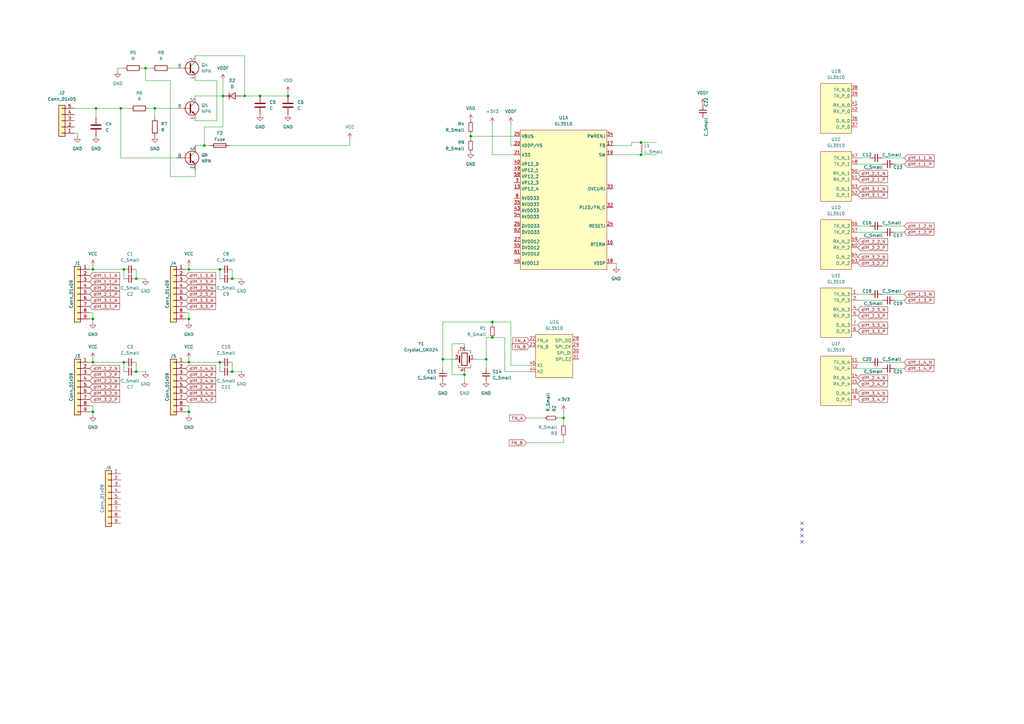
<source format=kicad_sch>
(kicad_sch (version 20230121) (generator eeschema)
  (paper "A3")
  (lib_symbols
    (symbol "Connector_Generic:Conn_01x05" (pin_names (offset 1.016) hide)
      (property "Reference" "J" (at 0 7.62 0))
      (property "Value" "Conn_01x05" (at 0 -7.62 0))
      (symbol "Conn_01x05_1_1"
        (rectangle (start -1.27 -4.953) (end 0 -5.207) (stroke (width 0.1524)))
        (rectangle (start -1.27 -2.413) (end 0 -2.667) (stroke (width 0.1524)))
        (rectangle (start -1.27 0.127) (end 0 -0.127) (stroke (width 0.1524)))
        (rectangle (start -1.27 2.667) (end 0 2.413) (stroke (width 0.1524)))
        (rectangle (start -1.27 5.207) (end 0 4.953) (stroke (width 0.1524)))
        (rectangle (start -1.27 6.35) (end 1.27 -6.35) (stroke (width 0.254)) (fill (type background)))
        (pin passive line (at -5.08 5.08 0) (length 3.81) (name "Pin_1") (number "1"))
        (pin passive line (at -5.08 2.54 0) (length 3.81) (name "Pin_2") (number "2"))
        (pin passive line (at -5.08 0 0) (length 3.81) (name "Pin_3") (number "3"))
        (pin passive line (at -5.08 -2.54 0) (length 3.81) (name "Pin_4") (number "4"))
        (pin passive line (at -5.08 -5.08 0) (length 3.81) (name "Pin_5") (number "5"))
      )
    )
    (symbol "Connector_Generic:Conn_01x09" (pin_names (offset 1.016) hide)
      (property "Reference" "J" (at 0 12.7 0))
      (property "Value" "Conn_01x09" (at 0 -12.7 0))
      (symbol "Conn_01x09_1_1"
        (rectangle (start -1.27 -10.033) (end 0 -10.287) (stroke (width 0.1524)))
        (rectangle (start -1.27 -7.493) (end 0 -7.747) (stroke (width 0.1524)))
        (rectangle (start -1.27 -4.953) (end 0 -5.207) (stroke (width 0.1524)))
        (rectangle (start -1.27 -2.413) (end 0 -2.667) (stroke (width 0.1524)))
        (rectangle (start -1.27 0.127) (end 0 -0.127) (stroke (width 0.1524)))
        (rectangle (start -1.27 2.667) (end 0 2.413) (stroke (width 0.1524)))
        (rectangle (start -1.27 5.207) (end 0 4.953) (stroke (width 0.1524)))
        (rectangle (start -1.27 7.747) (end 0 7.493) (stroke (width 0.1524)))
        (rectangle (start -1.27 10.287) (end 0 10.033) (stroke (width 0.1524)))
        (rectangle (start -1.27 11.43) (end 1.27 -11.43) (stroke (width 0.254)) (fill (type background)))
        (pin passive line (at -5.08 10.16 0) (length 3.81) (name "Pin_1") (number "1"))
        (pin passive line (at -5.08 7.62 0) (length 3.81) (name "Pin_2") (number "2"))
        (pin passive line (at -5.08 5.08 0) (length 3.81) (name "Pin_3") (number "3"))
        (pin passive line (at -5.08 2.54 0) (length 3.81) (name "Pin_4") (number "4"))
        (pin passive line (at -5.08 0 0) (length 3.81) (name "Pin_5") (number "5"))
        (pin passive line (at -5.08 -2.54 0) (length 3.81) (name "Pin_6") (number "6"))
        (pin passive line (at -5.08 -5.08 0) (length 3.81) (name "Pin_7") (number "7"))
        (pin passive line (at -5.08 -7.62 0) (length 3.81) (name "Pin_8") (number "8"))
        (pin passive line (at -5.08 -10.16 0) (length 3.81) (name "Pin_9") (number "9"))
      )
    )
    (symbol "Device:C" (pin_numbers hide) (pin_names (offset 0.254))
      (property "Reference" "C" (at 0.635 2.54 0))
      (property "Value" "C" (at 0.635 -2.54 0))
      (symbol "C_0_1"
        (polyline (pts (xy -2.032 -0.762) (xy 2.032 -0.762)) (stroke (width 0.508)))
        (polyline (pts (xy -2.032 0.762) (xy 2.032 0.762)) (stroke (width 0.508)))
      )
      (symbol "C_1_1"
        (pin passive line (at 0 3.81 270) (length 2.794) (name "~") (number "1"))
        (pin passive line (at 0 -3.81 90) (length 2.794) (name "~") (number "2"))
      )
    )
    (symbol "Device:C_Small" (pin_numbers hide) (pin_names (offset 0.254) hide)
      (property "Reference" "C" (at 0.254 1.778 0))
      (property "Value" "C_Small" (at 0.254 -2.032 0))
      (symbol "C_Small_0_1"
        (polyline (pts (xy -1.524 -0.508) (xy 1.524 -0.508)) (stroke (width 0.3302)))
        (polyline (pts (xy -1.524 0.508) (xy 1.524 0.508)) (stroke (width 0.3048)))
      )
      (symbol "C_Small_1_1"
        (pin passive line (at 0 2.54 270) (length 2.032) (name "~") (number "1"))
        (pin passive line (at 0 -2.54 90) (length 2.032) (name "~") (number "2"))
      )
    )
    (symbol "Device:Crystal_GND24" (pin_names (offset 1.016) hide)
      (property "Reference" "Y" (at 3.175 5.08 0))
      (property "Value" "Crystal_GND24" (at 3.175 3.175 0))
      (symbol "Crystal_GND24_0_1"
        (rectangle (start -1.143 2.54) (end 1.143 -2.54) (stroke (width 0.3048)))
        (polyline (pts (xy -2.54 0) (xy -2.032 0)))
        (polyline (pts (xy -2.032 -1.27) (xy -2.032 1.27)) (stroke (width 0.508)))
        (polyline (pts (xy 0 -3.81) (xy 0 -3.556)))
        (polyline (pts (xy 0 3.556) (xy 0 3.81)))
        (polyline (pts (xy 2.032 -1.27) (xy 2.032 1.27)) (stroke (width 0.508)))
        (polyline (pts (xy 2.032 0) (xy 2.54 0)))
        (polyline (pts (xy -2.54 -2.286) (xy -2.54 -3.556) (xy 2.54 -3.556) (xy 2.54 -2.286)))
        (polyline (pts (xy -2.54 2.286) (xy -2.54 3.556) (xy 2.54 3.556) (xy 2.54 2.286)))
      )
      (symbol "Crystal_GND24_1_1"
        (pin passive line (at -3.81 0 0) (length 1.27) (name "1") (number "1"))
        (pin passive line (at 0 5.08 270) (length 1.27) (name "2") (number "2"))
        (pin passive line (at 3.81 0 180) (length 1.27) (name "3") (number "3"))
        (pin passive line (at 0 -5.08 90) (length 1.27) (name "4") (number "4"))
      )
    )
    (symbol "Device:D" (pin_numbers hide) (pin_names (offset 1.016) hide)
      (property "Reference" "D" (at 0 2.54 0))
      (property "Value" "D" (at 0 -2.54 0))
      (symbol "D_0_1"
        (polyline (pts (xy -1.27 1.27) (xy -1.27 -1.27)) (stroke (width 0.254)))
        (polyline (pts (xy 1.27 0) (xy -1.27 0)))
        (polyline (pts (xy 1.27 1.27) (xy 1.27 -1.27) (xy -1.27 0) (xy 1.27 1.27)) (stroke (width 0.254)))
      )
      (symbol "D_1_1"
        (pin passive line (at -3.81 0 0) (length 2.54) (name "K") (number "1"))
        (pin passive line (at 3.81 0 180) (length 2.54) (name "A") (number "2"))
      )
    )
    (symbol "Device:Fuse" (pin_numbers hide) (pin_names (offset 0))
      (property "Reference" "F" (at 2.032 0 90))
      (property "Value" "Fuse" (at -1.905 0 90))
      (symbol "Fuse_0_1"
        (rectangle (start -0.762 -2.54) (end 0.762 2.54) (stroke (width 0.254)))
        (polyline (pts (xy 0 2.54) (xy 0 -2.54)))
      )
      (symbol "Fuse_1_1"
        (pin passive line (at 0 3.81 270) (length 1.27) (name "~") (number "1"))
        (pin passive line (at 0 -3.81 90) (length 1.27) (name "~") (number "2"))
      )
    )
    (symbol "Device:L_Small" (pin_numbers hide) (pin_names (offset 0.254) hide)
      (property "Reference" "L" (at 0.762 1.016 0))
      (property "Value" "L_Small" (at 0.762 -1.016 0))
      (symbol "L_Small_0_1"
        (arc (start 0 -2.032) (mid 0.5058 -1.524) (end 0 -1.016))
        (arc (start 0 -1.016) (mid 0.5058 -0.508) (end 0 0))
        (arc (start 0 0) (mid 0.5058 0.508) (end 0 1.016))
        (arc (start 0 1.016) (mid 0.5058 1.524) (end 0 2.032))
      )
      (symbol "L_Small_1_1"
        (pin passive line (at 0 2.54 270) (length 0.508) (name "~") (number "1"))
        (pin passive line (at 0 -2.54 90) (length 0.508) (name "~") (number "2"))
      )
    )
    (symbol "Device:R" (pin_numbers hide) (pin_names (offset 0))
      (property "Reference" "R" (at 2.032 0 90))
      (property "Value" "R" (at 0 0 90))
      (symbol "R_0_1"
        (rectangle (start -1.016 -2.54) (end 1.016 2.54) (stroke (width 0.254)))
      )
      (symbol "R_1_1"
        (pin passive line (at 0 3.81 270) (length 1.27) (name "~") (number "1"))
        (pin passive line (at 0 -3.81 90) (length 1.27) (name "~") (number "2"))
      )
    )
    (symbol "Device:R_Small" (pin_numbers hide) (pin_names (offset 0.254) hide)
      (property "Reference" "R" (at 0.762 0.508 0))
      (property "Value" "R_Small" (at 0.762 -1.016 0))
      (symbol "R_Small_0_1"
        (rectangle (start -0.762 1.778) (end 0.762 -1.778) (stroke (width 0.2032)))
      )
      (symbol "R_Small_1_1"
        (pin passive line (at 0 2.54 270) (length 0.762) (name "~") (number "1"))
        (pin passive line (at 0 -2.54 90) (length 0.762) (name "~") (number "2"))
      )
    )
    (symbol "GL3510_1"
      (property "Reference" "U" (at 0 30.48 0))
      (property "Value" "GL3510" (at 0 27.94 0))
      (symbol "GL3510_1_1_1"
        (rectangle (start -17.78 26.67) (end 17.78 -30.48) (fill (type background)))
        (pin power_in line (at -20.32 2.54 0) (length 2.54) (name "VP12_4") (number "13"))
        (pin input line (at 20.32 -20.32 180) (length 2.54) (name "RTERM") (number "16"))
        (pin input line (at 20.32 20.32 180) (length 2.54) (name "FB") (number "17"))
        (pin power_out line (at 20.32 -27.94 180) (length 2.54) (name "VSSP") (number "18"))
        (pin input line (at 20.32 16.51 180) (length 2.54) (name "SW") (number "19"))
        (pin power_in line (at -20.32 20.32 0) (length 2.54) (name "VDDP/V5") (number "20"))
        (pin bidirectional line (at -20.32 16.51 0) (length 2.54) (name "V33") (number "21"))
        (pin input line (at 20.32 -12.7 180) (length 2.54) (name "RESETJ") (number "24"))
        (pin power_in line (at -20.32 24.13 0) (length 2.54) (name "VBUS") (number "25"))
        (pin power_in line (at -20.32 -12.7 0) (length 2.54) (name "DVDD33") (number "26"))
        (pin power_in line (at -20.32 -19.05 0) (length 2.54) (name "DVDD12") (number "27"))
        (pin power_in line (at -20.32 5.08 0) (length 2.54) (name "VP12_3") (number "3"))
        (pin input line (at 20.32 -5.08 180) (length 2.54) (name "PLED/FN_C") (number "32"))
        (pin input line (at 20.32 2.54 180) (length 2.54) (name "OVCURJ") (number "33"))
        (pin bidirectional line (at 20.32 24.13 180) (length 2.54) (name "PWRENJ") (number "34"))
        (pin power_in line (at -20.32 -3.81 0) (length 2.54) (name "AVDD33") (number "35"))
        (pin power_in line (at -20.32 12.7 0) (length 2.54) (name "VP12_0") (number "40"))
        (pin power_in line (at -20.32 -6.35 0) (length 2.54) (name "AVDD33") (number "43"))
        (pin power_in line (at -20.32 -27.94 0) (length 2.54) (name "AVDD12") (number "46"))
        (pin power_in line (at -20.32 10.16 0) (length 2.54) (name "VP12_1") (number "49"))
        (pin power_in line (at -20.32 -8.89 0) (length 2.54) (name "AVDD33") (number "54"))
        (pin power_in line (at -20.32 -21.59 0) (length 2.54) (name "DVDD12") (number "55"))
        (pin power_in line (at -20.32 7.62 0) (length 2.54) (name "VP12_2") (number "58"))
        (pin power_in line (at -20.32 -24.13 0) (length 2.54) (name "DVDD12") (number "61"))
        (pin power_in line (at -20.32 -15.24 0) (length 2.54) (name "DVDD33") (number "62"))
        (pin power_in line (at -20.32 -1.27 0) (length 2.54) (name "AVDD33") (number "8"))
      )
      (symbol "GL3510_1_2_1"
        (rectangle (start -6.35 10.16) (end 6.35 -10.16) (fill (type background)))
        (pin bidirectional line (at 8.89 -5.08 180) (length 2.54) (name "D_N_0") (number "36"))
        (pin bidirectional line (at 8.89 -7.62 180) (length 2.54) (name "D_P_0") (number "37"))
        (pin output line (at 8.89 7.62 180) (length 2.54) (name "TX_N_0") (number "38"))
        (pin output line (at 8.89 5.08 180) (length 2.54) (name "TX_P_0") (number "39"))
        (pin input line (at 8.89 1.27 180) (length 2.54) (name "RX_N_0") (number "41"))
        (pin input line (at 8.89 -1.27 180) (length 2.54) (name "RX_P_0") (number "42"))
      )
      (symbol "GL3510_1_3_1"
        (rectangle (start -6.35 10.16) (end 6.35 -10.16) (fill (type background)))
        (pin output line (at 8.89 7.62 180) (length 2.54) (name "TX_N_1") (number "47"))
        (pin output line (at 8.89 5.08 180) (length 2.54) (name "TX_P_1") (number "48"))
        (pin input line (at 8.89 1.27 180) (length 2.54) (name "RX_N_1") (number "50"))
        (pin input line (at 8.89 -1.27 180) (length 2.54) (name "RX_P_1") (number "51"))
        (pin bidirectional line (at 8.89 -7.62 180) (length 2.54) (name "D_P_1") (number "52"))
        (pin bidirectional line (at 8.89 -5.08 180) (length 2.54) (name "D_N_1") (number "53"))
      )
      (symbol "GL3510_1_4_1"
        (rectangle (start -6.35 10.16) (end 6.35 -10.16) (fill (type background)))
        (pin output line (at 8.89 7.62 180) (length 2.54) (name "TX_N_2") (number "56"))
        (pin output line (at 8.89 5.08 180) (length 2.54) (name "TX_P_2") (number "57"))
        (pin input line (at 8.89 1.27 180) (length 2.54) (name "RX_N_2") (number "59"))
        (pin input line (at 8.89 -1.27 180) (length 2.54) (name "RX_P_2") (number "60"))
        (pin bidirectional line (at 8.89 -7.62 180) (length 2.54) (name "D_P_2") (number "63"))
        (pin bidirectional line (at 8.89 -5.08 180) (length 2.54) (name "D_N_2") (number "64"))
      )
      (symbol "GL3510_1_5_1"
        (rectangle (start -6.35 10.16) (end 6.35 -10.16) (fill (type background)))
        (pin output line (at 8.89 7.62 180) (length 2.54) (name "TX_N_3") (number "1"))
        (pin output line (at 8.89 5.08 180) (length 2.54) (name "TX_P_3") (number "2"))
        (pin input line (at 8.89 1.27 180) (length 2.54) (name "RX_N_3") (number "4"))
        (pin input line (at 8.89 -1.27 180) (length 2.54) (name "RX_P_3") (number "5"))
        (pin bidirectional line (at 8.89 -7.62 180) (length 2.54) (name "D_P_3") (number "6"))
        (pin bidirectional line (at 8.89 -5.08 180) (length 2.54) (name "D_N_3") (number "7"))
      )
      (symbol "GL3510_1_6_1"
        (rectangle (start -6.35 10.16) (end 6.35 -10.16) (fill (type background)))
        (pin bidirectional line (at 8.89 -5.08 180) (length 2.54) (name "D_N_4") (number "10"))
        (pin output line (at 8.89 7.62 180) (length 2.54) (name "TX_N_4") (number "11"))
        (pin output line (at 8.89 5.08 180) (length 2.54) (name "TX_P_4") (number "12"))
        (pin input line (at 8.89 1.27 180) (length 2.54) (name "RX_N_4") (number "14"))
        (pin input line (at 8.89 -1.27 180) (length 2.54) (name "RX_P_4") (number "15"))
        (pin bidirectional line (at 8.89 -7.62 180) (length 2.54) (name "D_P_4") (number "9"))
      )
      (symbol "GL3510_1_7_1"
        (rectangle (start -7.62 8.89) (end 7.62 -8.89) (fill (type background)))
        (pin input line (at -10.16 6.35 0) (length 2.54) (name "FN_A") (number "22"))
        (pin input line (at -10.16 3.81 0) (length 2.54) (name "FN_B") (number "23"))
        (pin bidirectional line (at 10.16 6.35 180) (length 2.54) (name "SPI_DO") (number "28"))
        (pin bidirectional line (at 10.16 3.81 180) (length 2.54) (name "SPI_CK") (number "29"))
        (pin bidirectional line (at 10.16 1.27 180) (length 2.54) (name "SPI_DI") (number "30"))
        (pin bidirectional line (at 10.16 -1.27 180) (length 2.54) (name "SPI_CZ") (number "31"))
        (pin output line (at -10.16 -6.35 0) (length 2.54) (name "X2") (number "44"))
        (pin input line (at -10.16 -3.81 0) (length 2.54) (name "X1") (number "45"))
      )
    )
    (symbol "Simulation_SPICE:NPN" (pin_numbers hide) (pin_names (offset 0))
      (property "Reference" "Q" (at -2.54 7.62 0))
      (property "Value" "NPN" (at -2.54 5.08 0))
      (symbol "NPN_0_1"
        (polyline (pts (xy -2.54 0) (xy 0.635 0)) (stroke (width 0.1524)))
        (polyline (pts (xy 0.635 0.635) (xy 2.54 2.54)))
        (polyline (pts (xy 2.794 -1.27) (xy 2.794 -1.27)) (stroke (width 0.1524)))
        (polyline (pts (xy 2.794 -1.27) (xy 2.794 -1.27)) (stroke (width 0.1524)))
        (polyline (pts (xy 0.635 -0.635) (xy 2.54 -2.54) (xy 2.54 -2.54)))
        (polyline (pts (xy 0.635 1.905) (xy 0.635 -1.905) (xy 0.635 -1.905)) (stroke (width 0.508)))
        (polyline (pts (xy 1.27 -1.778) (xy 1.778 -1.27) (xy 2.286 -2.286) (xy 1.27 -1.778) (xy 1.27 -1.778)) (fill (type outline)))
        (circle (center 1.27 0) (radius 2.8194) (stroke (width 0.254)))
      )
      (symbol "NPN_1_1"
        (pin open_collector line (at 2.54 5.08 270) (length 2.54) (name "C") (number "1"))
        (pin input line (at -5.08 0 0) (length 2.54) (name "B") (number "2"))
        (pin open_emitter line (at 2.54 -5.08 90) (length 2.54) (name "E") (number "3"))
      )
    )
    (symbol "iridiumMisc:GL3510"
      (property "Reference" "U" (at 0 30.48 0))
      (property "Value" "GL3510" (at 0 27.94 0))
      (symbol "GL3510_1_1"
        (rectangle (start -17.78 26.67) (end 17.78 -30.48) (fill (type background)))
        (pin power_in line (at -20.32 2.54 0) (length 2.54) (name "VP12_4") (number "13"))
        (pin input line (at 20.32 -20.32 180) (length 2.54) (name "RTERM") (number "16"))
        (pin input line (at 20.32 20.32 180) (length 2.54) (name "FB") (number "17"))
        (pin power_out line (at 20.32 -27.94 180) (length 2.54) (name "VSSP") (number "18"))
        (pin input line (at 20.32 16.51 180) (length 2.54) (name "SW") (number "19"))
        (pin power_in line (at -20.32 20.32 0) (length 2.54) (name "VDDP/V5") (number "20"))
        (pin bidirectional line (at -20.32 16.51 0) (length 2.54) (name "V33") (number "21"))
        (pin unspecified line (at 135.89 5.08 180) (length 2.54) (name "FN_A") (number "22"))
        (pin unspecified line (at 135.89 7.62 180) (length 2.54) (name "FN_B") (number "23"))
        (pin input line (at 20.32 -12.7 180) (length 2.54) (name "RESETJ") (number "24"))
        (pin power_in line (at -20.32 24.13 0) (length 2.54) (name "VBUS") (number "25"))
        (pin power_in line (at -20.32 -12.7 0) (length 2.54) (name "DVDD33") (number "26"))
        (pin power_in line (at -20.32 -19.05 0) (length 2.54) (name "DVDD12") (number "27"))
        (pin bidirectional line (at 135.89 -10.16 180) (length 2.54) (name "SPI_DO") (number "28"))
        (pin bidirectional line (at 135.89 -12.7 180) (length 2.54) (name "SPI_CK") (number "29"))
        (pin power_in line (at -20.32 5.08 0) (length 2.54) (name "VP12_3") (number "3"))
        (pin bidirectional line (at 135.89 -15.24 180) (length 2.54) (name "SPI_DI") (number "30"))
        (pin bidirectional line (at 135.89 -17.78 180) (length 2.54) (name "SPI_CZ") (number "31"))
        (pin input line (at 20.32 -5.08 180) (length 2.54) (name "PLED/FN_C") (number "32"))
        (pin input line (at 20.32 2.54 180) (length 2.54) (name "OVCURJ") (number "33"))
        (pin bidirectional line (at 20.32 24.13 180) (length 2.54) (name "PWRENJ") (number "34"))
        (pin power_in line (at -20.32 -3.81 0) (length 2.54) (name "AVDD33") (number "35"))
        (pin power_in line (at -20.32 12.7 0) (length 2.54) (name "VP12_0") (number "40"))
        (pin power_in line (at -20.32 -6.35 0) (length 2.54) (name "AVDD33") (number "43"))
        (pin output line (at 134.62 -3.81 180) (length 2.54) (name "X2") (number "44"))
        (pin input line (at 134.62 -1.27 180) (length 2.54) (name "X1") (number "45"))
        (pin power_in line (at -20.32 -27.94 0) (length 2.54) (name "AVDD12") (number "46"))
        (pin power_in line (at -20.32 10.16 0) (length 2.54) (name "VP12_1") (number "49"))
        (pin power_in line (at -20.32 -8.89 0) (length 2.54) (name "AVDD33") (number "54"))
        (pin power_in line (at -20.32 -21.59 0) (length 2.54) (name "DVDD12") (number "55"))
        (pin power_in line (at -20.32 7.62 0) (length 2.54) (name "VP12_2") (number "58"))
        (pin power_in line (at -20.32 -24.13 0) (length 2.54) (name "DVDD12") (number "61"))
        (pin power_in line (at -20.32 -15.24 0) (length 2.54) (name "DVDD33") (number "62"))
        (pin power_in line (at -20.32 -1.27 0) (length 2.54) (name "AVDD33") (number "8"))
      )
      (symbol "GL3510_2_1"
        (rectangle (start -6.35 10.16) (end 6.35 -10.16) (fill (type background)))
        (pin bidirectional line (at 8.89 -5.08 180) (length 2.54) (name "D_N_0") (number "36"))
        (pin bidirectional line (at 8.89 -7.62 180) (length 2.54) (name "D_P_0") (number "37"))
        (pin output line (at 8.89 7.62 180) (length 2.54) (name "TX_N_0") (number "38"))
        (pin output line (at 8.89 5.08 180) (length 2.54) (name "TX_P_0") (number "39"))
        (pin input line (at 8.89 1.27 180) (length 2.54) (name "RX_N_0") (number "41"))
        (pin input line (at 8.89 -1.27 180) (length 2.54) (name "RX_P_0") (number "42"))
      )
      (symbol "GL3510_3_1"
        (rectangle (start -6.35 10.16) (end 6.35 -10.16) (fill (type background)))
        (pin output line (at 8.89 7.62 180) (length 2.54) (name "TX_N_1") (number "47"))
        (pin output line (at 8.89 5.08 180) (length 2.54) (name "TX_P_1") (number "48"))
        (pin input line (at 8.89 1.27 180) (length 2.54) (name "RX_N_1") (number "50"))
        (pin input line (at 8.89 -1.27 180) (length 2.54) (name "RX_P_1") (number "51"))
        (pin bidirectional line (at 8.89 -7.62 180) (length 2.54) (name "D_P_1") (number "52"))
        (pin bidirectional line (at 8.89 -5.08 180) (length 2.54) (name "D_N_1") (number "53"))
      )
      (symbol "GL3510_4_1"
        (rectangle (start -6.35 10.16) (end 6.35 -10.16) (fill (type background)))
        (pin output line (at 8.89 7.62 180) (length 2.54) (name "TX_N_2") (number "56"))
        (pin output line (at 8.89 5.08 180) (length 2.54) (name "TX_P_2") (number "57"))
        (pin input line (at 8.89 1.27 180) (length 2.54) (name "RX_N_2") (number "59"))
        (pin input line (at 8.89 -1.27 180) (length 2.54) (name "RX_P_2") (number "60"))
        (pin bidirectional line (at 8.89 -7.62 180) (length 2.54) (name "D_P_2") (number "63"))
        (pin bidirectional line (at 8.89 -5.08 180) (length 2.54) (name "D_N_2") (number "64"))
      )
      (symbol "GL3510_5_1"
        (rectangle (start -6.35 10.16) (end 6.35 -10.16) (fill (type background)))
        (pin output line (at 8.89 7.62 180) (length 2.54) (name "TX_N_3") (number "1"))
        (pin output line (at 8.89 5.08 180) (length 2.54) (name "TX_P_3") (number "2"))
        (pin input line (at 8.89 1.27 180) (length 2.54) (name "RX_N_3") (number "4"))
        (pin input line (at 8.89 -1.27 180) (length 2.54) (name "RX_P_3") (number "5"))
        (pin bidirectional line (at 8.89 -7.62 180) (length 2.54) (name "D_P_3") (number "6"))
        (pin bidirectional line (at 8.89 -5.08 180) (length 2.54) (name "D_N_3") (number "7"))
      )
      (symbol "GL3510_6_1"
        (rectangle (start -6.35 10.16) (end 6.35 -10.16) (fill (type background)))
        (pin bidirectional line (at 8.89 -5.08 180) (length 2.54) (name "D_N_4") (number "10"))
        (pin output line (at 8.89 7.62 180) (length 2.54) (name "TX_N_4") (number "11"))
        (pin output line (at 8.89 5.08 180) (length 2.54) (name "TX_P_4") (number "12"))
        (pin input line (at 8.89 1.27 180) (length 2.54) (name "RX_N_4") (number "14"))
        (pin input line (at 8.89 -1.27 180) (length 2.54) (name "RX_P_4") (number "15"))
        (pin bidirectional line (at 8.89 -7.62 180) (length 2.54) (name "D_P_4") (number "9"))
      )
      (symbol "GL3510_7_1"
        (rectangle (start -7.62 8.89) (end 7.62 -8.89) (fill (type background)))
        (pin input line (at -10.16 6.35 0) (length 2.54) (name "FN_A") (number "22"))
        (pin input line (at -10.16 3.81 0) (length 2.54) (name "FN_B") (number "23"))
        (pin bidirectional line (at 10.16 6.35 180) (length 2.54) (name "SPI_DO") (number "28"))
        (pin bidirectional line (at 10.16 3.81 180) (length 2.54) (name "SPI_CK") (number "29"))
        (pin bidirectional line (at 10.16 1.27 180) (length 2.54) (name "SPI_DI") (number "30"))
        (pin bidirectional line (at 10.16 -1.27 180) (length 2.54) (name "SPI_CZ") (number "31"))
        (pin output line (at -10.16 -6.35 0) (length 2.54) (name "X2") (number "44"))
        (pin input line (at -10.16 -3.81 0) (length 2.54) (name "X1") (number "45"))
      )
    )
    (symbol "power:+3V3" (power) (pin_names (offset 0))
      (property "Value" "+3V3" (at 0 3.556 0))
      (symbol "+3V3_0_1"
        (polyline (pts (xy -0.762 1.27) (xy 0 2.54)))
        (polyline (pts (xy 0 0) (xy 0 2.54)))
        (polyline (pts (xy 0 2.54) (xy 0.762 1.27)))
      )
      (symbol "+3V3_1_1"
        (pin power_in line (at 0 0 90) (length 0) hide (name "+3V3") (number "1"))
      )
    )
    (symbol "power:GND" (power) (pin_names (offset 0))
      (property "Value" "GND" (at 0 -3.81 0))
      (symbol "GND_0_1"
        (polyline (pts (xy 0 0) (xy 0 -1.27) (xy 1.27 -1.27) (xy 0 -2.54) (xy -1.27 -1.27) (xy 0 -1.27)))
      )
      (symbol "GND_1_1"
        (pin power_in line (at 0 0 270) (length 0) hide (name "GND") (number "1"))
      )
    )
    (symbol "power:VCC" (power) (pin_names (offset 0))
      (property "Value" "VCC" (at 0 3.81 0))
      (symbol "VCC_0_1"
        (polyline (pts (xy -0.762 1.27) (xy 0 2.54)))
        (polyline (pts (xy 0 0) (xy 0 2.54)))
        (polyline (pts (xy 0 2.54) (xy 0.762 1.27)))
      )
      (symbol "VCC_1_1"
        (pin power_in line (at 0 0 90) (length 0) hide (name "VCC") (number "1"))
      )
    )
    (symbol "power:VDD" (power) (pin_names (offset 0))
      (property "Value" "VDD" (at 0 3.81 0))
      (symbol "VDD_0_1"
        (polyline (pts (xy -0.762 1.27) (xy 0 2.54)))
        (polyline (pts (xy 0 0) (xy 0 2.54)))
        (polyline (pts (xy 0 2.54) (xy 0.762 1.27)))
      )
      (symbol "VDD_1_1"
        (pin power_in line (at 0 0 90) (length 0) hide (name "VDD") (number "1"))
      )
    )
    (symbol "power:VDDF" (power) (pin_names (offset 0))
      (property "Value" "VDDF" (at 0 3.81 0))
      (symbol "VDDF_0_1"
        (polyline (pts (xy -0.762 1.27) (xy 0 2.54)))
        (polyline (pts (xy 0 0) (xy 0 2.54)))
        (polyline (pts (xy 0 2.54) (xy 0.762 1.27)))
      )
      (symbol "VDDF_1_1"
        (pin power_in line (at 0 0 90) (length 0) hide (name "VDDF") (number "1"))
      )
    )
  )
  (junction (at 50.8 110.49))
  (junction (at 100.33 39.37))
  (junction (at 38.1 110.49))
  (junction (at 59.69 27.94))
  (junction (at 181.61 147.32))
  (junction (at 118.11 39.37))
  (junction (at 193.04 55.88))
  (junction (at 55.88 114.3))
  (junction (at 77.47 110.49))
  (junction (at 95.25 114.3))
  (junction (at 90.17 148.59))
  (junction (at 55.88 152.4))
  (junction (at 77.47 168.91))
  (junction (at 90.17 110.49))
  (junction (at 262.89 63.5))
  (junction (at 49.53 44.45))
  (junction (at 199.39 147.32))
  (junction (at 38.1 130.81))
  (junction (at 201.93 138.43))
  (junction (at 83.82 59.69))
  (junction (at 38.1 168.91))
  (junction (at 95.25 152.4))
  (junction (at 38.1 148.59))
  (junction (at 201.93 132.08))
  (junction (at 50.8 148.59))
  (junction (at 91.44 39.37))
  (junction (at 262.89 58.42))
  (junction (at 106.68 39.37))
  (junction (at 39.37 44.45))
  (junction (at 63.5 44.45))
  (junction (at 77.47 130.81))
  (junction (at 77.47 148.59))
  (junction (at 231.14 171.45))
  (junction (at 190.5 153.67))
  (no_connect (at 328.93 217.17))
  (no_connect (at 328.93 222.25))
  (no_connect (at 328.93 219.71))
  (no_connect (at 328.93 214.63))
  (wire (pts (xy 91.44 33.02) (xy 91.44 39.37)))
  (wire (pts (xy 228.6 171.45) (xy 231.14 171.45)))
  (wire (pts (xy 351.79 148.59) (xy 356.87 148.59)))
  (wire (pts (xy 231.14 181.61) (xy 215.9 181.61)))
  (wire (pts (xy 231.14 171.45) (xy 231.14 173.99)))
  (wire (pts (xy 209.55 132.08) (xy 201.93 132.08)))
  (wire (pts (xy 367.03 123.19) (xy 370.84 123.19)))
  (wire (pts (xy 361.95 120.65) (xy 370.84 120.65)))
  (wire (pts (xy 209.55 59.69) (xy 210.82 59.69)))
  (wire (pts (xy 217.17 149.86) (xy 209.55 149.86)))
  (wire (pts (xy 77.47 166.37) (xy 77.47 168.91)))
  (wire (pts (xy 76.2 148.59) (xy 77.47 148.59)))
  (wire (pts (xy 69.85 27.94) (xy 72.39 27.94)))
  (wire (pts (xy 95.25 152.4) (xy 99.06 152.4)))
  (wire (pts (xy 77.47 110.49) (xy 90.17 110.49)))
  (wire (pts (xy 58.42 27.94) (xy 59.69 27.94)))
  (wire (pts (xy 38.1 110.49) (xy 50.8 110.49)))
  (wire (pts (xy 83.82 52.07) (xy 83.82 59.69)))
  (wire (pts (xy 351.79 92.71) (xy 356.87 92.71)))
  (wire (pts (xy 38.1 147.32) (xy 38.1 148.59)))
  (wire (pts (xy 185.42 153.67) (xy 190.5 153.67)))
  (wire (pts (xy 231.14 171.45) (xy 231.14 168.91)))
  (wire (pts (xy 118.11 38.1) (xy 118.11 39.37)))
  (wire (pts (xy 31.75 55.88) (xy 31.75 54.61)))
  (wire (pts (xy 251.46 59.69) (xy 259.08 59.69)))
  (wire (pts (xy 50.8 110.49) (xy 50.8 114.3)))
  (wire (pts (xy 190.5 140.97) (xy 185.42 140.97)))
  (wire (pts (xy 367.03 95.25) (xy 370.84 95.25)))
  (wire (pts (xy 351.79 64.77) (xy 356.87 64.77)))
  (wire (pts (xy 207.01 152.4) (xy 207.01 138.43)))
  (wire (pts (xy 31.75 54.61) (xy 30.48 54.61)))
  (wire (pts (xy 36.83 128.27) (xy 38.1 128.27)))
  (wire (pts (xy 201.93 132.08) (xy 181.61 132.08)))
  (wire (pts (xy 251.46 63.5) (xy 262.89 63.5)))
  (wire (pts (xy 59.69 27.94) (xy 62.23 27.94)))
  (wire (pts (xy 77.47 168.91) (xy 77.47 170.18)))
  (wire (pts (xy 262.89 58.42) (xy 269.24 58.42)))
  (wire (pts (xy 38.1 109.22) (xy 38.1 110.49)))
  (wire (pts (xy 367.03 151.13) (xy 370.84 151.13)))
  (wire (pts (xy 106.68 39.37) (xy 118.11 39.37)))
  (wire (pts (xy 77.47 148.59) (xy 90.17 148.59)))
  (wire (pts (xy 201.93 50.8) (xy 201.93 63.5)))
  (wire (pts (xy 252.73 107.95) (xy 251.46 107.95)))
  (wire (pts (xy 77.47 130.81) (xy 77.47 132.08)))
  (wire (pts (xy 95.25 110.49) (xy 95.25 114.3)))
  (wire (pts (xy 50.8 27.94) (xy 48.26 27.94)))
  (wire (pts (xy 262.89 63.5) (xy 269.24 63.5)))
  (wire (pts (xy 215.9 171.45) (xy 223.52 171.45)))
  (wire (pts (xy 351.79 151.13) (xy 361.95 151.13)))
  (wire (pts (xy 80.01 33.02) (xy 88.9 33.02)))
  (wire (pts (xy 201.93 63.5) (xy 210.82 63.5)))
  (wire (pts (xy 351.79 120.65) (xy 356.87 120.65)))
  (wire (pts (xy 181.61 132.08) (xy 181.61 147.32)))
  (wire (pts (xy 207.01 138.43) (xy 201.93 138.43)))
  (wire (pts (xy 80.01 69.85) (xy 80.01 72.39)))
  (wire (pts (xy 181.61 147.32) (xy 181.61 151.13)))
  (wire (pts (xy 63.5 44.45) (xy 72.39 44.45)))
  (wire (pts (xy 361.95 92.71) (xy 370.84 92.71)))
  (wire (pts (xy 259.08 58.42) (xy 262.89 58.42)))
  (wire (pts (xy 194.31 147.32) (xy 199.39 147.32)))
  (wire (pts (xy 39.37 44.45) (xy 49.53 44.45)))
  (wire (pts (xy 39.37 44.45) (xy 39.37 48.26)))
  (wire (pts (xy 209.55 132.08) (xy 209.55 149.86)))
  (wire (pts (xy 38.1 168.91) (xy 38.1 170.18)))
  (wire (pts (xy 351.79 95.25) (xy 361.95 95.25)))
  (wire (pts (xy 55.88 152.4) (xy 59.69 152.4)))
  (wire (pts (xy 83.82 59.69) (xy 86.36 59.69)))
  (wire (pts (xy 38.1 148.59) (xy 50.8 148.59)))
  (wire (pts (xy 252.73 109.22) (xy 252.73 107.95)))
  (wire (pts (xy 361.95 148.59) (xy 370.84 148.59)))
  (wire (pts (xy 95.25 114.3) (xy 99.06 114.3)))
  (wire (pts (xy 55.88 110.49) (xy 55.88 114.3)))
  (wire (pts (xy 95.25 148.59) (xy 95.25 152.4)))
  (wire (pts (xy 210.82 55.88) (xy 193.04 55.88)))
  (wire (pts (xy 55.88 114.3) (xy 59.69 114.3)))
  (wire (pts (xy 63.5 44.45) (xy 63.5 48.26)))
  (wire (pts (xy 60.96 44.45) (xy 63.5 44.45)))
  (wire (pts (xy 231.14 179.07) (xy 231.14 181.61)))
  (wire (pts (xy 80.01 59.69) (xy 83.82 59.69)))
  (wire (pts (xy 193.04 54.61) (xy 193.04 55.88)))
  (wire (pts (xy 36.83 166.37) (xy 38.1 166.37)))
  (wire (pts (xy 55.88 148.59) (xy 55.88 152.4)))
  (wire (pts (xy 38.1 130.81) (xy 38.1 132.08)))
  (wire (pts (xy 38.1 166.37) (xy 38.1 168.91)))
  (wire (pts (xy 93.98 59.69) (xy 143.51 59.69)))
  (wire (pts (xy 88.9 49.53) (xy 80.01 49.53)))
  (wire (pts (xy 143.51 57.15) (xy 143.51 59.69)))
  (wire (pts (xy 38.1 128.27) (xy 38.1 130.81)))
  (wire (pts (xy 209.55 50.8) (xy 209.55 59.69)))
  (wire (pts (xy 80.01 72.39) (xy 69.85 72.39)))
  (wire (pts (xy 100.33 39.37) (xy 106.68 39.37)))
  (wire (pts (xy 49.53 44.45) (xy 53.34 44.45)))
  (wire (pts (xy 48.26 27.94) (xy 48.26 29.21)))
  (wire (pts (xy 36.83 148.59) (xy 38.1 148.59)))
  (wire (pts (xy 76.2 110.49) (xy 77.47 110.49)))
  (wire (pts (xy 88.9 33.02) (xy 88.9 49.53)))
  (wire (pts (xy 49.53 44.45) (xy 49.53 64.77)))
  (wire (pts (xy 72.39 64.77) (xy 49.53 64.77)))
  (wire (pts (xy 185.42 140.97) (xy 185.42 153.67)))
  (wire (pts (xy 199.39 147.32) (xy 199.39 151.13)))
  (wire (pts (xy 76.2 130.81) (xy 77.47 130.81)))
  (wire (pts (xy 76.2 168.91) (xy 77.47 168.91)))
  (wire (pts (xy 91.44 52.07) (xy 83.82 52.07)))
  (wire (pts (xy 90.17 148.59) (xy 90.17 152.4)))
  (wire (pts (xy 76.2 128.27) (xy 77.47 128.27)))
  (wire (pts (xy 201.93 138.43) (xy 199.39 138.43)))
  (wire (pts (xy 36.83 168.91) (xy 38.1 168.91)))
  (wire (pts (xy 186.69 147.32) (xy 181.61 147.32)))
  (wire (pts (xy 80.01 39.37) (xy 91.44 39.37)))
  (wire (pts (xy 99.06 39.37) (xy 100.33 39.37)))
  (wire (pts (xy 217.17 152.4) (xy 207.01 152.4)))
  (wire (pts (xy 59.69 27.94) (xy 59.69 33.02)))
  (wire (pts (xy 259.08 59.69) (xy 259.08 58.42)))
  (wire (pts (xy 77.47 128.27) (xy 77.47 130.81)))
  (wire (pts (xy 30.48 44.45) (xy 39.37 44.45)))
  (wire (pts (xy 69.85 33.02) (xy 59.69 33.02)))
  (wire (pts (xy 77.47 147.32) (xy 77.47 148.59)))
  (wire (pts (xy 367.03 67.31) (xy 370.84 67.31)))
  (wire (pts (xy 351.79 67.31) (xy 361.95 67.31)))
  (wire (pts (xy 91.44 39.37) (xy 91.44 52.07)))
  (wire (pts (xy 69.85 72.39) (xy 69.85 33.02)))
  (wire (pts (xy 77.47 109.22) (xy 77.47 110.49)))
  (wire (pts (xy 36.83 130.81) (xy 38.1 130.81)))
  (wire (pts (xy 50.8 148.59) (xy 50.8 152.4)))
  (wire (pts (xy 190.5 153.67) (xy 190.5 156.21)))
  (wire (pts (xy 100.33 22.86) (xy 100.33 39.37)))
  (wire (pts (xy 201.93 133.35) (xy 201.93 132.08)))
  (wire (pts (xy 90.17 110.49) (xy 90.17 114.3)))
  (wire (pts (xy 190.5 152.4) (xy 190.5 153.67)))
  (wire (pts (xy 76.2 166.37) (xy 77.47 166.37)))
  (wire (pts (xy 361.95 64.77) (xy 370.84 64.77)))
  (wire (pts (xy 193.04 55.88) (xy 193.04 57.15)))
  (wire (pts (xy 190.5 142.24) (xy 190.5 140.97)))
  (wire (pts (xy 351.79 123.19) (xy 361.95 123.19)))
  (wire (pts (xy 36.83 110.49) (xy 38.1 110.49)))
  (wire (pts (xy 80.01 22.86) (xy 100.33 22.86)))
  (wire (pts (xy 199.39 138.43) (xy 199.39 147.32)))
  (global_label "diff_2_3_P" (shape input) (at 76.2 120.65 0) (property "Intersheetrefs" "${INTERSHEET_REFS}" (effects hide)))
  (global_label "diff_2_2_P" (shape input) (at 351.79 101.6 0) (property "Intersheetrefs" "${INTERSHEET_REFS}" (effects hide)))
  (global_label "diff_3_1_N" (shape input) (at 36.83 123.19 0) (property "Intersheetrefs" "${INTERSHEET_REFS}" (effects hide)))
  (global_label "diff_3_1_P" (shape input) (at 351.79 80.01 0) (property "Intersheetrefs" "${INTERSHEET_REFS}" (effects hide)))
  (global_label "diff_1_2_P" (shape input) (at 36.83 153.67 0) (property "Intersheetrefs" "${INTERSHEET_REFS}" (effects hide)))
  (global_label "diff_3_2_P" (shape input) (at 36.83 163.83 0) (property "Intersheetrefs" "${INTERSHEET_REFS}" (effects hide)))
  (global_label "diff_1_1_P" (shape input) (at 370.84 67.31 0) (property "Intersheetrefs" "${INTERSHEET_REFS}" (effects hide)))
  (global_label "diff_1_2_P" (shape input) (at 370.84 95.25 0) (property "Intersheetrefs" "${INTERSHEET_REFS}" (effects hide)))
  (global_label "diff_2_2_N" (shape input) (at 36.83 156.21 0) (property "Intersheetrefs" "${INTERSHEET_REFS}" (effects hide)))
  (global_label "FN_A" (shape input) (at 215.9 171.45 180) (property "Intersheetrefs" "${INTERSHEET_REFS}" (effects hide)))
  (global_label "diff_2_3_N" (shape input) (at 76.2 118.11 0) (property "Intersheetrefs" "${INTERSHEET_REFS}" (effects hide)))
  (global_label "FN_B" (shape input) (at 215.9 181.61 180) (property "Intersheetrefs" "${INTERSHEET_REFS}" (effects hide)))
  (global_label "diff_2_2_N" (shape input) (at 351.79 99.06 0) (property "Intersheetrefs" "${INTERSHEET_REFS}" (effects hide)))
  (global_label "diff_1_4_N" (shape input) (at 370.84 148.59 0) (property "Intersheetrefs" "${INTERSHEET_REFS}" (effects hide)))
  (global_label "diff_1_1_P" (shape input) (at 36.83 115.57 0) (property "Intersheetrefs" "${INTERSHEET_REFS}" (effects hide)))
  (global_label "diff_1_1_N" (shape input) (at 36.83 113.03 0) (property "Intersheetrefs" "${INTERSHEET_REFS}" (effects hide)))
  (global_label "diff_1_3_N" (shape input) (at 76.2 113.03 0) (property "Intersheetrefs" "${INTERSHEET_REFS}" (effects hide)))
  (global_label "FN_B" (shape input) (at 217.17 142.24 180) (property "Intersheetrefs" "${INTERSHEET_REFS}" (effects hide)))
  (global_label "diff_2_4_N" (shape input) (at 351.79 154.94 0) (property "Intersheetrefs" "${INTERSHEET_REFS}" (effects hide)))
  (global_label "diff_3_4_P" (shape input) (at 351.79 163.83 0) (property "Intersheetrefs" "${INTERSHEET_REFS}" (effects hide)))
  (global_label "diff_1_2_N" (shape input) (at 36.83 151.13 0) (property "Intersheetrefs" "${INTERSHEET_REFS}" (effects hide)))
  (global_label "diff_3_2_N" (shape input) (at 36.83 161.29 0) (property "Intersheetrefs" "${INTERSHEET_REFS}" (effects hide)))
  (global_label "diff_1_4_N" (shape input) (at 76.2 151.13 0) (property "Intersheetrefs" "${INTERSHEET_REFS}" (effects hide)))
  (global_label "diff_1_3_P" (shape input) (at 76.2 115.57 0) (property "Intersheetrefs" "${INTERSHEET_REFS}" (effects hide)))
  (global_label "diff_1_3_N" (shape input) (at 370.84 120.65 0) (property "Intersheetrefs" "${INTERSHEET_REFS}" (effects hide)))
  (global_label "diff_3_3_P" (shape input) (at 76.2 125.73 0) (property "Intersheetrefs" "${INTERSHEET_REFS}" (effects hide)))
  (global_label "diff_2_1_N" (shape input) (at 36.83 118.11 0) (property "Intersheetrefs" "${INTERSHEET_REFS}" (effects hide)))
  (global_label "diff_2_1_P" (shape input) (at 36.83 120.65 0) (property "Intersheetrefs" "${INTERSHEET_REFS}" (effects hide)))
  (global_label "diff_1_4_P" (shape input) (at 76.2 153.67 0) (property "Intersheetrefs" "${INTERSHEET_REFS}" (effects hide)))
  (global_label "diff_3_3_N" (shape input) (at 76.2 123.19 0) (property "Intersheetrefs" "${INTERSHEET_REFS}" (effects hide)))
  (global_label "diff_2_3_N" (shape input) (at 351.79 127 0) (property "Intersheetrefs" "${INTERSHEET_REFS}" (effects hide)))
  (global_label "diff_3_4_N" (shape input) (at 76.2 161.29 0) (property "Intersheetrefs" "${INTERSHEET_REFS}" (effects hide)))
  (global_label "diff_3_2_N" (shape input) (at 351.79 105.41 0) (property "Intersheetrefs" "${INTERSHEET_REFS}" (effects hide)))
  (global_label "diff_2_3_P" (shape input) (at 351.79 129.54 0) (property "Intersheetrefs" "${INTERSHEET_REFS}" (effects hide)))
  (global_label "diff_2_4_P" (shape input) (at 351.79 157.48 0) (property "Intersheetrefs" "${INTERSHEET_REFS}" (effects hide)))
  (global_label "diff_1_4_P" (shape input) (at 370.84 151.13 0) (property "Intersheetrefs" "${INTERSHEET_REFS}" (effects hide)))
  (global_label "diff_1_2_N" (shape input) (at 370.84 92.71 0) (property "Intersheetrefs" "${INTERSHEET_REFS}" (effects hide)))
  (global_label "FN_A" (shape input) (at 217.17 139.7 180) (property "Intersheetrefs" "${INTERSHEET_REFS}" (effects hide)))
  (global_label "diff_2_1_N" (shape input) (at 351.79 71.12 0) (property "Intersheetrefs" "${INTERSHEET_REFS}" (effects hide)))
  (global_label "diff_2_1_P" (shape input) (at 351.79 73.66 0) (property "Intersheetrefs" "${INTERSHEET_REFS}" (effects hide)))
  (global_label "diff_3_3_P" (shape input) (at 351.79 135.89 0) (property "Intersheetrefs" "${INTERSHEET_REFS}" (effects hide)))
  (global_label "diff_3_1_N" (shape input) (at 351.79 77.47 0) (property "Intersheetrefs" "${INTERSHEET_REFS}" (effects hide)))
  (global_label "diff_2_4_P" (shape input) (at 76.2 158.75 0) (property "Intersheetrefs" "${INTERSHEET_REFS}" (effects hide)))
  (global_label "diff_2_4_N" (shape input) (at 76.2 156.21 0) (property "Intersheetrefs" "${INTERSHEET_REFS}" (effects hide)))
  (global_label "diff_3_4_P" (shape input) (at 76.2 163.83 0) (property "Intersheetrefs" "${INTERSHEET_REFS}" (effects hide)))
  (global_label "diff_3_3_N" (shape input) (at 351.79 133.35 0) (property "Intersheetrefs" "${INTERSHEET_REFS}" (effects hide)))
  (global_label "diff_3_4_N" (shape input) (at 351.79 161.29 0) (property "Intersheetrefs" "${INTERSHEET_REFS}" (effects hide)))
  (global_label "diff_3_2_P" (shape input) (at 351.79 107.95 0) (property "Intersheetrefs" "${INTERSHEET_REFS}" (effects hide)))
  (global_label "diff_2_2_P" (shape input) (at 36.83 158.75 0) (property "Intersheetrefs" "${INTERSHEET_REFS}" (effects hide)))
  (global_label "diff_1_1_N" (shape input) (at 370.84 64.77 0) (property "Intersheetrefs" "${INTERSHEET_REFS}" (effects hide)))
  (global_label "diff_3_1_P" (shape input) (at 36.83 125.73 0) (property "Intersheetrefs" "${INTERSHEET_REFS}" (effects hide)))
  (global_label "diff_1_3_P" (shape input) (at 370.84 123.19 0) (property "Intersheetrefs" "${INTERSHEET_REFS}" (effects hide)))
  (symbol (lib_id "power:GND") (at 77.47 170.18 0) (unit 1)
    (property "Reference" "#PWR018" (effects hide))
    (property "Value" "GND" (at 77.47 175.26 0))
  )
  (symbol (lib_id "Connector_Generic:Conn_01x09") (at 31.75 158.75 0) (mirror y) (unit 1)
    (property "Reference" "J3" (at 31.75 146.05 0))
    (property "Value" "Conn_01x09" (at 29.21 158.75 90))
  )
  (symbol (lib_id "Device:C_Small") (at 364.49 67.31 90) (mirror x) (unit 1)
    (property "Reference" "C13" (at 368.3 68.58 90))
    (property "Value" "C_Small" (at 358.14 68.58 90))
  )
  (symbol (lib_id "power:VDDF") (at 91.44 33.02 0) (unit 1)
    (property "Reference" "#PWR029" (effects hide))
    (property "Value" "VDDF" (at 91.44 27.94 0))
  )
  (symbol (lib_id "iridiumMisc:GL3510") (at 342.9 44.45 0) (unit 2)
    (property "Reference" "U1" (at 342.9 29.21 0))
    (property "Value" "GL3510" (at 342.9 31.75 0))
    (property "Manufacturer" "Genesys Logic" (effects hide))
  )
  (symbol (lib_id "Device:R_Small") (at 193.04 59.69 0) (mirror y) (unit 1)
    (property "Reference" "R9" (at 190.5 58.42 0) (effects (justify left)))
    (property "Value" "R_Small" (at 190.5 60.96 0) (effects (justify left)))
  )
  (symbol (lib_id "Device:C_Small") (at 53.34 148.59 90) (unit 1)
    (property "Reference" "C3" (at 53.3463 142.24 90))
    (property "Value" "C_Small" (at 53.3463 144.78 90))
  )
  (symbol (lib_id "power:GND") (at 106.68 46.99 0) (unit 1)
    (property "Reference" "#PWR011" (effects hide))
    (property "Value" "GND" (at 106.68 52.07 0))
  )
  (symbol (lib_id "Device:L_Small") (at 262.89 60.96 0) (unit 1)
    (property "Reference" "L1" (at 264.16 59.69 0) (effects (justify left)))
    (property "Value" "L_Small" (at 264.16 62.23 0) (effects (justify left)))
  )
  (symbol (lib_id "power:VDDF") (at 288.29 43.18 0) (unit 1)
    (property "Reference" "#PWR031" (effects hide))
    (property "Value" "VDDF" (at 288.29 38.1 0))
  )
  (symbol (lib_id "power:VCC") (at 38.1 147.32 0) (unit 1)
    (property "Reference" "#PWR05" (effects hide))
    (property "Value" "VCC" (at 38.1 142.24 0))
  )
  (symbol (lib_id "Device:C_Small") (at 364.49 123.19 90) (mirror x) (unit 1)
    (property "Reference" "C19" (at 368.3 124.46 90))
    (property "Value" "C_Small" (at 358.14 124.46 90))
  )
  (symbol (lib_id "Device:R") (at 63.5 52.07 180) (unit 1)
    (property "Reference" "R7" (at 66.04 50.8 0) (effects (justify right)))
    (property "Value" "R" (at 66.04 53.34 0) (effects (justify right)))
  )
  (symbol (lib_id "power:GND") (at 31.75 55.88 0) (unit 1)
    (property "Reference" "#PWR07" (effects hide))
    (property "Value" "GND" (at 31.75 60.96 0))
  )
  (symbol (lib_id "power:VCC") (at 77.47 109.22 0) (unit 1)
    (property "Reference" "#PWR014" (effects hide))
    (property "Value" "VCC" (at 77.47 104.14 0))
  )
  (symbol (lib_id "Device:C_Small") (at 359.41 148.59 90) (unit 1)
    (property "Reference" "C20" (at 355.6 147.32 90))
    (property "Value" "C_Small" (at 365.76 147.32 90))
  )
  (symbol (lib_id "Device:C_Small") (at 359.41 120.65 90) (unit 1)
    (property "Reference" "C18" (at 355.6 119.38 90))
    (property "Value" "C_Small" (at 365.76 119.38 90))
  )
  (symbol (lib_id "Device:R_Small") (at 226.06 171.45 270) (mirror x) (unit 1)
    (property "Reference" "R2" (at 227.33 168.91 0) (effects (justify left)))
    (property "Value" "R_Small" (at 224.79 168.91 0) (effects (justify left)))
  )
  (symbol (lib_id "Device:C_Small") (at 92.71 148.59 90) (unit 1)
    (property "Reference" "C10" (at 92.7163 142.24 90))
    (property "Value" "C_Small" (at 92.7163 144.78 90))
  )
  (symbol (lib_id "iridiumMisc:GL3510") (at 342.9 156.21 0) (unit 6)
    (property "Reference" "U1" (at 342.9 140.97 0))
    (property "Value" "GL3510" (at 342.9 143.51 0))
    (property "Manufacturer" "Genesys Logic" (effects hide))
  )
  (symbol (lib_id "power:VDDF") (at 209.55 50.8 0) (unit 1)
    (property "Reference" "#PWR030" (effects hide))
    (property "Value" "VDDF" (at 209.55 45.72 0))
  )
  (symbol (lib_id "power:GND") (at 63.5 55.88 0) (unit 1)
    (property "Reference" "#PWR010" (effects hide))
    (property "Value" "GND" (at 63.5 60.96 0))
  )
  (symbol (lib_id "power:VCC") (at 38.1 109.22 0) (unit 1)
    (property "Reference" "#PWR02" (effects hide))
    (property "Value" "VCC" (at 38.1 104.14 0))
  )
  (symbol (lib_id "power:GND") (at 252.73 109.22 0) (unit 1)
    (property "Reference" "#PWR023" (effects hide))
    (property "Value" "GND" (at 252.73 114.3 0))
  )
  (symbol (lib_id "power:GND") (at 77.47 132.08 0) (unit 1)
    (property "Reference" "#PWR015" (effects hide))
    (property "Value" "GND" (at 77.47 137.16 0))
  )
  (symbol (lib_id "Device:C_Small") (at 92.71 152.4 90) (mirror x) (unit 1)
    (property "Reference" "C11" (at 92.7163 158.75 90))
    (property "Value" "C_Small" (at 92.7163 156.21 90))
  )
  (symbol (lib_id "Device:Fuse") (at 90.17 59.69 90) (unit 1)
    (property "Reference" "F2" (at 90.17 54.61 90))
    (property "Value" "Fuse" (at 90.17 57.15 90))
  )
  (symbol (lib_id "power:GND") (at 199.39 156.21 0) (unit 1)
    (property "Reference" "#PWR021" (effects hide))
    (property "Value" "GND" (at 199.39 161.29 0))
  )
  (symbol (lib_id "Device:C_Small") (at 199.39 153.67 0) (unit 1)
    (property "Reference" "C14" (at 201.93 152.4063 0) (effects (justify left)))
    (property "Value" "C_Small" (at 201.93 154.9463 0) (effects (justify left)))
  )
  (symbol (lib_id "Device:C_Small") (at 359.41 92.71 90) (unit 1)
    (property "Reference" "C16" (at 355.6 91.44 90))
    (property "Value" "C_Small" (at 365.76 91.44 90))
  )
  (symbol (lib_id "power:GND") (at 99.06 114.3 0) (unit 1)
    (property "Reference" "#PWR016" (effects hide))
    (property "Value" "GND" (at 99.06 119.38 0))
  )
  (symbol (lib_id "Connector_Generic:Conn_01x09") (at 71.12 158.75 0) (mirror y) (unit 1)
    (property "Reference" "J5" (at 71.12 146.05 0))
    (property "Value" "Conn_01x09" (at 68.58 158.75 90))
  )
  (symbol (lib_id "Simulation_SPICE:NPN") (at 77.47 27.94 0) (unit 1)
    (property "Reference" "Q4" (at 82.55 26.67 0) (effects (justify left)))
    (property "Value" "NPN" (at 82.55 29.21 0) (effects (justify left)))
    (property "Sim.Device" "NPN" (effects hide))
    (property "Sim.Type" "GUMMELPOON" (effects hide))
    (property "Sim.Pins" "1=C 2=B 3=E" (effects hide))
  )
  (symbol (lib_id "Device:R") (at 66.04 27.94 90) (unit 1)
    (property "Reference" "R8" (at 66.04 21.59 90))
    (property "Value" "R" (at 66.04 24.13 90))
  )
  (symbol (lib_id "power:GND") (at 39.37 55.88 0) (unit 1)
    (property "Reference" "#PWR08" (effects hide))
    (property "Value" "GND" (at 39.37 60.96 0))
  )
  (symbol (lib_id "Connector_Generic:Conn_01x09") (at 31.75 120.65 0) (mirror y) (unit 1)
    (property "Reference" "J1" (at 31.75 107.95 0))
    (property "Value" "Conn_01x09" (at 29.21 120.65 90))
  )
  (symbol (lib_id "Device:R_Small") (at 193.04 52.07 0) (mirror y) (unit 1)
    (property "Reference" "R4" (at 190.5 50.8 0) (effects (justify left)))
    (property "Value" "R_Small" (at 190.5 53.34 0) (effects (justify left)))
  )
  (symbol (lib_id "Device:R") (at 57.15 44.45 90) (unit 1)
    (property "Reference" "R6" (at 57.15 38.1 90))
    (property "Value" "R" (at 57.15 40.64 90))
  )
  (symbol (lib_id "Device:C_Small") (at 53.34 152.4 90) (mirror x) (unit 1)
    (property "Reference" "C7" (at 53.3463 158.75 90))
    (property "Value" "C_Small" (at 53.3463 156.21 90))
  )
  (symbol (lib_id "power:GND") (at 48.26 29.21 0) (unit 1)
    (property "Reference" "#PWR09" (effects hide))
    (property "Value" "GND" (at 48.26 34.29 0))
  )
  (symbol (lib_id "Device:C") (at 39.37 52.07 0) (unit 1)
    (property "Reference" "C4" (at 43.18 50.8 0) (effects (justify left)))
    (property "Value" "C" (at 43.18 53.34 0) (effects (justify left)))
  )
  (symbol (lib_id "power:VCC") (at 77.47 147.32 0) (unit 1)
    (property "Reference" "#PWR017" (effects hide))
    (property "Value" "VCC" (at 77.47 142.24 0))
  )
  (symbol (lib_id "Connector_Generic:Conn_01x09") (at 71.12 120.65 0) (mirror y) (unit 1)
    (property "Reference" "J4" (at 71.12 107.95 0))
    (property "Value" "Conn_01x09" (at 68.58 120.65 90))
  )
  (symbol (lib_id "Device:R") (at 54.61 27.94 90) (unit 1)
    (property "Reference" "R5" (at 54.61 21.59 90))
    (property "Value" "R" (at 54.61 24.13 90))
  )
  (symbol (lib_id "power:GND") (at 99.06 152.4 0) (unit 1)
    (property "Reference" "#PWR019" (effects hide))
    (property "Value" "GND" (at 99.06 157.48 0))
  )
  (symbol (lib_id "Device:D") (at 95.25 39.37 0) (unit 1)
    (property "Reference" "D2" (at 95.25 33.02 0))
    (property "Value" "D" (at 95.25 35.56 0))
    (property "Sim.Device" "D" (effects hide))
    (property "Sim.Pins" "1=K 2=A" (effects hide))
  )
  (symbol (lib_id "Device:C_Small") (at 92.71 114.3 90) (mirror x) (unit 1)
    (property "Reference" "C9" (at 92.7163 120.65 90))
    (property "Value" "C_Small" (at 92.7163 118.11 90))
  )
  (symbol (lib_id "iridiumMisc:GL3510") (at 342.9 100.33 0) (unit 4)
    (property "Reference" "U1" (at 342.9 85.09 0))
    (property "Value" "GL3510" (at 342.9 87.63 0))
    (property "Manufacturer" "Genesys Logic" (effects hide))
  )
  (symbol (lib_id "Device:R_Small") (at 231.14 176.53 180) (unit 1)
    (property "Reference" "R3" (at 228.6 177.8 0) (effects (justify left)))
    (property "Value" "R_Small" (at 228.6 175.26 0) (effects (justify left)))
  )
  (symbol (lib_id "Device:C_Small") (at 92.71 110.49 90) (unit 1)
    (property "Reference" "C8" (at 92.7163 104.14 90))
    (property "Value" "C_Small" (at 92.7163 106.68 90))
  )
  (symbol (lib_id "power:GND") (at 38.1 170.18 0) (unit 1)
    (property "Reference" "#PWR06" (effects hide))
    (property "Value" "GND" (at 38.1 175.26 0))
  )
  (symbol (lib_id "power:VDD") (at 193.04 49.53 0) (unit 1)
    (property "Reference" "#PWR028" (effects hide))
    (property "Value" "VDD" (at 193.04 44.45 0))
  )
  (symbol (lib_id "power:GND") (at 190.5 156.21 0) (unit 1)
    (property "Reference" "#PWR022" (effects hide))
    (property "Value" "GND" (at 190.5 161.29 0))
  )
  (symbol (lib_id "iridiumMisc:GL3510") (at 227.33 146.05 0) (unit 7)
    (property "Reference" "U1" (at 227.33 132.08 0))
    (property "Value" "GL3510" (at 227.33 134.62 0))
    (property "Manufacturer" "Genesys Logic" (effects hide))
  )
  (symbol (lib_id "power:GND") (at 59.69 114.3 0) (unit 1)
    (property "Reference" "#PWR04" (effects hide))
    (property "Value" "GND" (at 59.69 119.38 0))
  )
  (symbol (lib_id "power:+3V3") (at 231.14 168.91 0) (unit 1)
    (property "Reference" "#PWR024" (effects hide))
    (property "Value" "+3V3" (at 231.14 163.83 0))
  )
  (symbol (lib_id "Connector_Generic:Conn_01x09") (at 44.45 204.47 0) (mirror y) (unit 1)
    (property "Reference" "J6" (at 44.45 191.77 0))
    (property "Value" "Conn_01x09" (at 41.91 204.47 90))
  )
  (symbol (lib_id "Device:C") (at 106.68 43.18 0) (unit 1)
    (property "Reference" "C5" (at 110.49 41.91 0) (effects (justify left)))
    (property "Value" "C" (at 110.49 44.45 0) (effects (justify left)))
  )
  (symbol (lib_id "power:VDD") (at 118.11 38.1 0) (unit 1)
    (property "Reference" "#PWR027" (effects hide))
    (property "Value" "VDD" (at 118.11 33.02 0))
  )
  (symbol (lib_id "Device:C_Small") (at 364.49 151.13 90) (mirror x) (unit 1)
    (property "Reference" "C21" (at 368.3 152.4 90))
    (property "Value" "C_Small" (at 358.14 152.4 90))
  )
  (symbol (lib_id "power:GND") (at 181.61 156.21 0) (unit 1)
    (property "Reference" "#PWR020" (effects hide))
    (property "Value" "GND" (at 181.61 161.29 0))
  )
  (symbol (lib_id "iridiumMisc:GL3510") (at 342.9 128.27 0) (unit 5)
    (property "Reference" "U1" (at 342.9 113.03 0))
    (property "Value" "GL3510" (at 342.9 115.57 0))
    (property "Manufacturer" "Genesys Logic" (effects hide))
  )
  (symbol (lib_id "Device:C_Small") (at 53.34 114.3 90) (mirror x) (unit 1)
    (property "Reference" "C2" (at 53.3463 120.65 90))
    (property "Value" "C_Small" (at 53.3463 118.11 90))
  )
  (symbol (lib_id "power:GND") (at 193.04 62.23 0) (unit 1)
    (property "Reference" "#PWR026" (effects hide))
    (property "Value" "GND" (at 193.04 67.31 0))
  )
  (symbol (lib_id "Device:C_Small") (at 53.34 110.49 90) (unit 1)
    (property "Reference" "C1" (at 53.3463 104.14 90))
    (property "Value" "C_Small" (at 53.3463 106.68 90))
  )
  (symbol (lib_id "Device:C") (at 118.11 43.18 0) (unit 1)
    (property "Reference" "C6" (at 121.92 41.91 0) (effects (justify left)))
    (property "Value" "C" (at 121.92 44.45 0) (effects (justify left)))
  )
  (symbol (lib_id "power:VCC") (at 143.51 57.15 0) (unit 1)
    (property "Reference" "#PWR01" (effects hide))
    (property "Value" "VCC" (at 143.51 52.07 0))
  )
  (symbol (lib_id "power:GND") (at 59.69 152.4 0) (unit 1)
    (property "Reference" "#PWR013" (effects hide))
    (property "Value" "GND" (at 59.69 157.48 0))
  )
  (symbol (lib_name "GL3510_1") (lib_id "iridiumMisc:GL3510") (at 231.14 80.01 0) (unit 1)
    (property "Reference" "U1" (at 231.14 48.26 0))
    (property "Value" "GL3510" (at 231.14 50.8 0))
    (property "Manufacturer" "Genesys Logic" (effects hide))
  )
  (symbol (lib_id "power:+3V3") (at 201.93 50.8 0) (unit 1)
    (property "Reference" "#PWR025" (effects hide))
    (property "Value" "+3V3" (at 201.93 45.72 0))
  )
  (symbol (lib_id "Simulation_SPICE:NPN") (at 77.47 44.45 0) (unit 1)
    (property "Reference" "Q5" (at 82.55 43.18 0) (effects (justify left)))
    (property "Value" "NPN" (at 82.55 45.72 0) (effects (justify left)))
    (property "Sim.Device" "NPN" (effects hide))
    (property "Sim.Type" "GUMMELPOON" (effects hide))
    (property "Sim.Pins" "1=C 2=B 3=E" (effects hide))
  )
  (symbol (lib_id "Device:C_Small") (at 288.29 45.72 0) (unit 1)
    (property "Reference" "C22" (at 289.56 41.91 90))
    (property "Value" "C_Small" (at 289.56 52.07 90))
  )
  (symbol (lib_id "Simulation_SPICE:NPN") (at 77.47 64.77 0) (unit 1)
    (property "Reference" "Q6" (at 82.55 63.5 0) (effects (justify left)))
    (property "Value" "NPN" (at 82.55 66.04 0) (effects (justify left)))
    (property "Sim.Device" "NPN" (effects hide))
    (property "Sim.Type" "GUMMELPOON" (effects hide))
    (property "Sim.Pins" "1=C 2=B 3=E" (effects hide))
  )
  (symbol (lib_id "Device:R_Small") (at 201.93 135.89 0) (mirror y) (unit 1)
    (property "Reference" "R1" (at 199.39 134.62 0) (effects (justify left)))
    (property "Value" "R_Small" (at 199.39 137.16 0) (effects (justify left)))
  )
  (symbol (lib_id "Device:C_Small") (at 181.61 153.67 0) (mirror y) (unit 1)
    (property "Reference" "C15" (at 179.07 152.4063 0) (effects (justify left)))
    (property "Value" "C_Small" (at 179.07 154.9463 0) (effects (justify left)))
  )
  (symbol (lib_id "power:GND") (at 118.11 46.99 0) (unit 1)
    (property "Reference" "#PWR012" (effects hide))
    (property "Value" "GND" (at 118.11 52.07 0))
  )
  (symbol (lib_id "Device:C_Small") (at 364.49 95.25 90) (mirror x) (unit 1)
    (property "Reference" "C17" (at 368.3 96.52 90))
    (property "Value" "C_Small" (at 358.14 96.52 90))
  )
  (symbol (lib_id "iridiumMisc:GL3510") (at 342.9 72.39 0) (unit 3)
    (property "Reference" "U1" (at 342.9 57.15 0))
    (property "Value" "GL3510" (at 342.9 59.69 0))
    (property "Manufacturer" "Genesys Logic" (effects hide))
  )
  (symbol (lib_id "Device:C_Small") (at 359.41 64.77 90) (unit 1)
    (property "Reference" "C12" (at 355.6 63.5 90))
    (property "Value" "C_Small" (at 365.76 63.5 90))
  )
  (symbol (lib_id "power:GND") (at 38.1 132.08 0) (unit 1)
    (property "Reference" "#PWR03" (effects hide))
    (property "Value" "GND" (at 38.1 137.16 0))
  )
  (symbol (lib_id "Device:Crystal_GND24") (at 190.5 147.32 0) (mirror y) (unit 1)
    (property "Reference" "Y1" (at 172.72 140.97 0))
    (property "Value" "Crystal_GND24" (at 172.72 143.51 0))
  )
  (symbol (lib_id "Connector_Generic:Conn_01x05") (at 25.4 49.53 180) (unit 1)
    (property "Reference" "J2" (at 25.4 38.1 0))
    (property "Value" "Conn_01x05" (at 25.4 40.64 0))
  )
)
</source>
